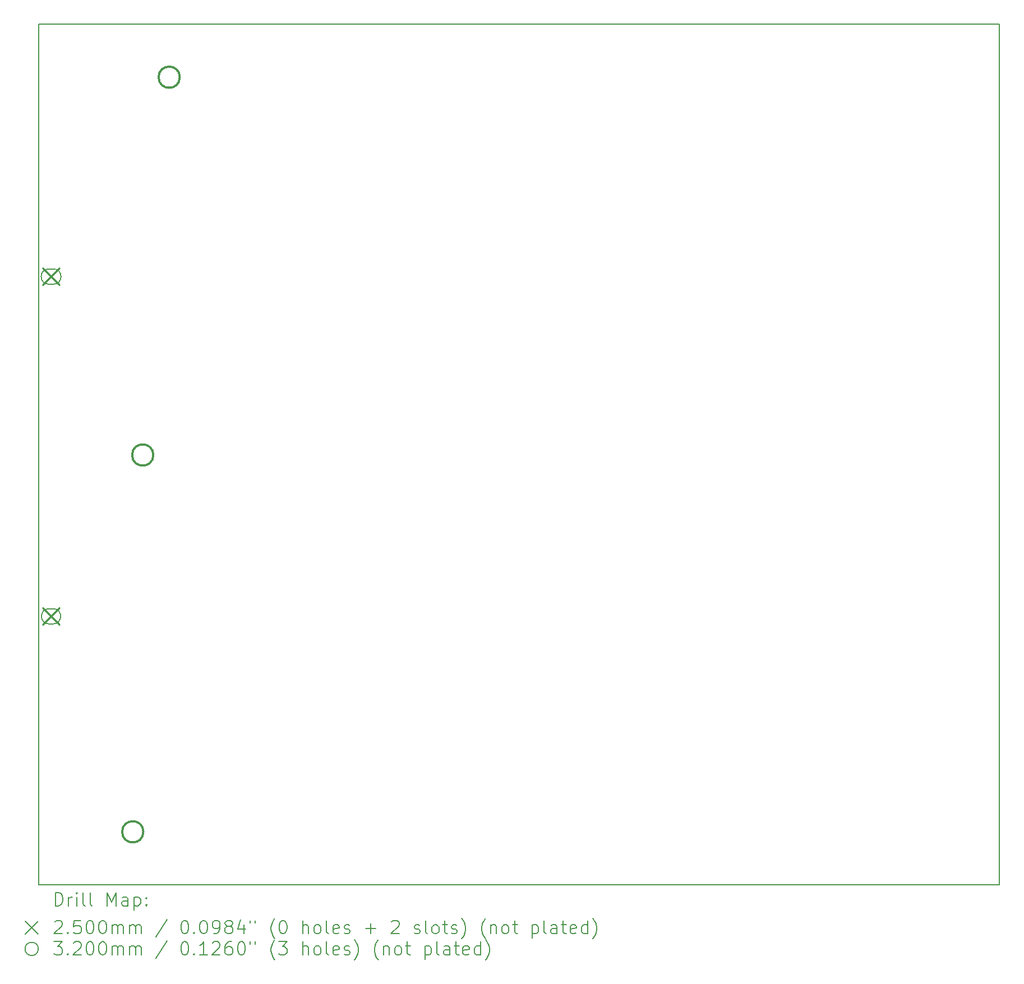
<source format=gbr>
%FSLAX45Y45*%
G04 Gerber Fmt 4.5, Leading zero omitted, Abs format (unit mm)*
G04 Created by KiCad (PCBNEW 6.0.2+dfsg-1) date 2024-08-10 18:00:21*
%MOMM*%
%LPD*%
G01*
G04 APERTURE LIST*
%TA.AperFunction,Profile*%
%ADD10C,0.150000*%
%TD*%
%ADD11C,0.200000*%
%ADD12C,0.250000*%
%ADD13C,0.320000*%
G04 APERTURE END LIST*
D10*
X22782500Y-16015000D02*
X8280000Y-16015000D01*
X8280000Y-16015000D02*
X8280000Y-3015000D01*
X8280000Y-3015000D02*
X22782500Y-3015000D01*
X22782500Y-3015000D02*
X22782500Y-16015000D01*
D11*
D12*
X8340000Y-6705000D02*
X8590000Y-6955000D01*
X8590000Y-6705000D02*
X8340000Y-6955000D01*
D11*
X8500000Y-6715000D02*
X8430000Y-6715000D01*
X8500000Y-6945000D02*
X8430000Y-6945000D01*
X8430000Y-6715000D02*
G75*
G03*
X8430000Y-6945000I0J-115000D01*
G01*
X8500000Y-6945000D02*
G75*
G03*
X8500000Y-6715000I0J115000D01*
G01*
D12*
X8340000Y-11835000D02*
X8590000Y-12085000D01*
X8590000Y-11835000D02*
X8340000Y-12085000D01*
D11*
X8495000Y-11845000D02*
X8435000Y-11845000D01*
X8495000Y-12075000D02*
X8435000Y-12075000D01*
X8435000Y-11845000D02*
G75*
G03*
X8435000Y-12075000I0J-115000D01*
G01*
X8495000Y-12075000D02*
G75*
G03*
X8495000Y-11845000I0J115000D01*
G01*
D13*
X9858650Y-15215000D02*
G75*
G03*
X9858650Y-15215000I-160000J0D01*
G01*
X10008650Y-9525000D02*
G75*
G03*
X10008650Y-9525000I-160000J0D01*
G01*
X10408650Y-3820000D02*
G75*
G03*
X10408650Y-3820000I-160000J0D01*
G01*
D11*
X8530119Y-16332976D02*
X8530119Y-16132976D01*
X8577738Y-16132976D01*
X8606310Y-16142500D01*
X8625357Y-16161548D01*
X8634881Y-16180595D01*
X8644405Y-16218690D01*
X8644405Y-16247262D01*
X8634881Y-16285357D01*
X8625357Y-16304405D01*
X8606310Y-16323452D01*
X8577738Y-16332976D01*
X8530119Y-16332976D01*
X8730119Y-16332976D02*
X8730119Y-16199643D01*
X8730119Y-16237738D02*
X8739643Y-16218690D01*
X8749167Y-16209167D01*
X8768214Y-16199643D01*
X8787262Y-16199643D01*
X8853929Y-16332976D02*
X8853929Y-16199643D01*
X8853929Y-16132976D02*
X8844405Y-16142500D01*
X8853929Y-16152024D01*
X8863452Y-16142500D01*
X8853929Y-16132976D01*
X8853929Y-16152024D01*
X8977738Y-16332976D02*
X8958690Y-16323452D01*
X8949167Y-16304405D01*
X8949167Y-16132976D01*
X9082500Y-16332976D02*
X9063452Y-16323452D01*
X9053929Y-16304405D01*
X9053929Y-16132976D01*
X9311071Y-16332976D02*
X9311071Y-16132976D01*
X9377738Y-16275833D01*
X9444405Y-16132976D01*
X9444405Y-16332976D01*
X9625357Y-16332976D02*
X9625357Y-16228214D01*
X9615833Y-16209167D01*
X9596786Y-16199643D01*
X9558690Y-16199643D01*
X9539643Y-16209167D01*
X9625357Y-16323452D02*
X9606310Y-16332976D01*
X9558690Y-16332976D01*
X9539643Y-16323452D01*
X9530119Y-16304405D01*
X9530119Y-16285357D01*
X9539643Y-16266309D01*
X9558690Y-16256786D01*
X9606310Y-16256786D01*
X9625357Y-16247262D01*
X9720595Y-16199643D02*
X9720595Y-16399643D01*
X9720595Y-16209167D02*
X9739643Y-16199643D01*
X9777738Y-16199643D01*
X9796786Y-16209167D01*
X9806310Y-16218690D01*
X9815833Y-16237738D01*
X9815833Y-16294881D01*
X9806310Y-16313928D01*
X9796786Y-16323452D01*
X9777738Y-16332976D01*
X9739643Y-16332976D01*
X9720595Y-16323452D01*
X9901548Y-16313928D02*
X9911071Y-16323452D01*
X9901548Y-16332976D01*
X9892024Y-16323452D01*
X9901548Y-16313928D01*
X9901548Y-16332976D01*
X9901548Y-16209167D02*
X9911071Y-16218690D01*
X9901548Y-16228214D01*
X9892024Y-16218690D01*
X9901548Y-16209167D01*
X9901548Y-16228214D01*
X8072500Y-16562500D02*
X8272500Y-16762500D01*
X8272500Y-16562500D02*
X8072500Y-16762500D01*
X8520595Y-16572024D02*
X8530119Y-16562500D01*
X8549167Y-16552976D01*
X8596786Y-16552976D01*
X8615833Y-16562500D01*
X8625357Y-16572024D01*
X8634881Y-16591071D01*
X8634881Y-16610119D01*
X8625357Y-16638690D01*
X8511071Y-16752976D01*
X8634881Y-16752976D01*
X8720595Y-16733928D02*
X8730119Y-16743452D01*
X8720595Y-16752976D01*
X8711071Y-16743452D01*
X8720595Y-16733928D01*
X8720595Y-16752976D01*
X8911071Y-16552976D02*
X8815833Y-16552976D01*
X8806310Y-16648214D01*
X8815833Y-16638690D01*
X8834881Y-16629167D01*
X8882500Y-16629167D01*
X8901548Y-16638690D01*
X8911071Y-16648214D01*
X8920595Y-16667262D01*
X8920595Y-16714881D01*
X8911071Y-16733928D01*
X8901548Y-16743452D01*
X8882500Y-16752976D01*
X8834881Y-16752976D01*
X8815833Y-16743452D01*
X8806310Y-16733928D01*
X9044405Y-16552976D02*
X9063452Y-16552976D01*
X9082500Y-16562500D01*
X9092024Y-16572024D01*
X9101548Y-16591071D01*
X9111071Y-16629167D01*
X9111071Y-16676786D01*
X9101548Y-16714881D01*
X9092024Y-16733928D01*
X9082500Y-16743452D01*
X9063452Y-16752976D01*
X9044405Y-16752976D01*
X9025357Y-16743452D01*
X9015833Y-16733928D01*
X9006310Y-16714881D01*
X8996786Y-16676786D01*
X8996786Y-16629167D01*
X9006310Y-16591071D01*
X9015833Y-16572024D01*
X9025357Y-16562500D01*
X9044405Y-16552976D01*
X9234881Y-16552976D02*
X9253929Y-16552976D01*
X9272976Y-16562500D01*
X9282500Y-16572024D01*
X9292024Y-16591071D01*
X9301548Y-16629167D01*
X9301548Y-16676786D01*
X9292024Y-16714881D01*
X9282500Y-16733928D01*
X9272976Y-16743452D01*
X9253929Y-16752976D01*
X9234881Y-16752976D01*
X9215833Y-16743452D01*
X9206310Y-16733928D01*
X9196786Y-16714881D01*
X9187262Y-16676786D01*
X9187262Y-16629167D01*
X9196786Y-16591071D01*
X9206310Y-16572024D01*
X9215833Y-16562500D01*
X9234881Y-16552976D01*
X9387262Y-16752976D02*
X9387262Y-16619643D01*
X9387262Y-16638690D02*
X9396786Y-16629167D01*
X9415833Y-16619643D01*
X9444405Y-16619643D01*
X9463452Y-16629167D01*
X9472976Y-16648214D01*
X9472976Y-16752976D01*
X9472976Y-16648214D02*
X9482500Y-16629167D01*
X9501548Y-16619643D01*
X9530119Y-16619643D01*
X9549167Y-16629167D01*
X9558690Y-16648214D01*
X9558690Y-16752976D01*
X9653929Y-16752976D02*
X9653929Y-16619643D01*
X9653929Y-16638690D02*
X9663452Y-16629167D01*
X9682500Y-16619643D01*
X9711071Y-16619643D01*
X9730119Y-16629167D01*
X9739643Y-16648214D01*
X9739643Y-16752976D01*
X9739643Y-16648214D02*
X9749167Y-16629167D01*
X9768214Y-16619643D01*
X9796786Y-16619643D01*
X9815833Y-16629167D01*
X9825357Y-16648214D01*
X9825357Y-16752976D01*
X10215833Y-16543452D02*
X10044405Y-16800595D01*
X10472976Y-16552976D02*
X10492024Y-16552976D01*
X10511071Y-16562500D01*
X10520595Y-16572024D01*
X10530119Y-16591071D01*
X10539643Y-16629167D01*
X10539643Y-16676786D01*
X10530119Y-16714881D01*
X10520595Y-16733928D01*
X10511071Y-16743452D01*
X10492024Y-16752976D01*
X10472976Y-16752976D01*
X10453929Y-16743452D01*
X10444405Y-16733928D01*
X10434881Y-16714881D01*
X10425357Y-16676786D01*
X10425357Y-16629167D01*
X10434881Y-16591071D01*
X10444405Y-16572024D01*
X10453929Y-16562500D01*
X10472976Y-16552976D01*
X10625357Y-16733928D02*
X10634881Y-16743452D01*
X10625357Y-16752976D01*
X10615833Y-16743452D01*
X10625357Y-16733928D01*
X10625357Y-16752976D01*
X10758690Y-16552976D02*
X10777738Y-16552976D01*
X10796786Y-16562500D01*
X10806310Y-16572024D01*
X10815833Y-16591071D01*
X10825357Y-16629167D01*
X10825357Y-16676786D01*
X10815833Y-16714881D01*
X10806310Y-16733928D01*
X10796786Y-16743452D01*
X10777738Y-16752976D01*
X10758690Y-16752976D01*
X10739643Y-16743452D01*
X10730119Y-16733928D01*
X10720595Y-16714881D01*
X10711071Y-16676786D01*
X10711071Y-16629167D01*
X10720595Y-16591071D01*
X10730119Y-16572024D01*
X10739643Y-16562500D01*
X10758690Y-16552976D01*
X10920595Y-16752976D02*
X10958690Y-16752976D01*
X10977738Y-16743452D01*
X10987262Y-16733928D01*
X11006310Y-16705357D01*
X11015833Y-16667262D01*
X11015833Y-16591071D01*
X11006310Y-16572024D01*
X10996786Y-16562500D01*
X10977738Y-16552976D01*
X10939643Y-16552976D01*
X10920595Y-16562500D01*
X10911071Y-16572024D01*
X10901548Y-16591071D01*
X10901548Y-16638690D01*
X10911071Y-16657738D01*
X10920595Y-16667262D01*
X10939643Y-16676786D01*
X10977738Y-16676786D01*
X10996786Y-16667262D01*
X11006310Y-16657738D01*
X11015833Y-16638690D01*
X11130119Y-16638690D02*
X11111071Y-16629167D01*
X11101548Y-16619643D01*
X11092024Y-16600595D01*
X11092024Y-16591071D01*
X11101548Y-16572024D01*
X11111071Y-16562500D01*
X11130119Y-16552976D01*
X11168214Y-16552976D01*
X11187262Y-16562500D01*
X11196786Y-16572024D01*
X11206309Y-16591071D01*
X11206309Y-16600595D01*
X11196786Y-16619643D01*
X11187262Y-16629167D01*
X11168214Y-16638690D01*
X11130119Y-16638690D01*
X11111071Y-16648214D01*
X11101548Y-16657738D01*
X11092024Y-16676786D01*
X11092024Y-16714881D01*
X11101548Y-16733928D01*
X11111071Y-16743452D01*
X11130119Y-16752976D01*
X11168214Y-16752976D01*
X11187262Y-16743452D01*
X11196786Y-16733928D01*
X11206309Y-16714881D01*
X11206309Y-16676786D01*
X11196786Y-16657738D01*
X11187262Y-16648214D01*
X11168214Y-16638690D01*
X11377738Y-16619643D02*
X11377738Y-16752976D01*
X11330119Y-16543452D02*
X11282500Y-16686309D01*
X11406309Y-16686309D01*
X11472976Y-16552976D02*
X11472976Y-16591071D01*
X11549167Y-16552976D02*
X11549167Y-16591071D01*
X11844405Y-16829167D02*
X11834881Y-16819643D01*
X11815833Y-16791071D01*
X11806309Y-16772024D01*
X11796786Y-16743452D01*
X11787262Y-16695833D01*
X11787262Y-16657738D01*
X11796786Y-16610119D01*
X11806309Y-16581548D01*
X11815833Y-16562500D01*
X11834881Y-16533928D01*
X11844405Y-16524405D01*
X11958690Y-16552976D02*
X11977738Y-16552976D01*
X11996786Y-16562500D01*
X12006309Y-16572024D01*
X12015833Y-16591071D01*
X12025357Y-16629167D01*
X12025357Y-16676786D01*
X12015833Y-16714881D01*
X12006309Y-16733928D01*
X11996786Y-16743452D01*
X11977738Y-16752976D01*
X11958690Y-16752976D01*
X11939643Y-16743452D01*
X11930119Y-16733928D01*
X11920595Y-16714881D01*
X11911071Y-16676786D01*
X11911071Y-16629167D01*
X11920595Y-16591071D01*
X11930119Y-16572024D01*
X11939643Y-16562500D01*
X11958690Y-16552976D01*
X12263452Y-16752976D02*
X12263452Y-16552976D01*
X12349167Y-16752976D02*
X12349167Y-16648214D01*
X12339643Y-16629167D01*
X12320595Y-16619643D01*
X12292024Y-16619643D01*
X12272976Y-16629167D01*
X12263452Y-16638690D01*
X12472976Y-16752976D02*
X12453928Y-16743452D01*
X12444405Y-16733928D01*
X12434881Y-16714881D01*
X12434881Y-16657738D01*
X12444405Y-16638690D01*
X12453928Y-16629167D01*
X12472976Y-16619643D01*
X12501548Y-16619643D01*
X12520595Y-16629167D01*
X12530119Y-16638690D01*
X12539643Y-16657738D01*
X12539643Y-16714881D01*
X12530119Y-16733928D01*
X12520595Y-16743452D01*
X12501548Y-16752976D01*
X12472976Y-16752976D01*
X12653928Y-16752976D02*
X12634881Y-16743452D01*
X12625357Y-16724405D01*
X12625357Y-16552976D01*
X12806309Y-16743452D02*
X12787262Y-16752976D01*
X12749167Y-16752976D01*
X12730119Y-16743452D01*
X12720595Y-16724405D01*
X12720595Y-16648214D01*
X12730119Y-16629167D01*
X12749167Y-16619643D01*
X12787262Y-16619643D01*
X12806309Y-16629167D01*
X12815833Y-16648214D01*
X12815833Y-16667262D01*
X12720595Y-16686309D01*
X12892024Y-16743452D02*
X12911071Y-16752976D01*
X12949167Y-16752976D01*
X12968214Y-16743452D01*
X12977738Y-16724405D01*
X12977738Y-16714881D01*
X12968214Y-16695833D01*
X12949167Y-16686309D01*
X12920595Y-16686309D01*
X12901548Y-16676786D01*
X12892024Y-16657738D01*
X12892024Y-16648214D01*
X12901548Y-16629167D01*
X12920595Y-16619643D01*
X12949167Y-16619643D01*
X12968214Y-16629167D01*
X13215833Y-16676786D02*
X13368214Y-16676786D01*
X13292024Y-16752976D02*
X13292024Y-16600595D01*
X13606309Y-16572024D02*
X13615833Y-16562500D01*
X13634881Y-16552976D01*
X13682500Y-16552976D01*
X13701548Y-16562500D01*
X13711071Y-16572024D01*
X13720595Y-16591071D01*
X13720595Y-16610119D01*
X13711071Y-16638690D01*
X13596786Y-16752976D01*
X13720595Y-16752976D01*
X13949167Y-16743452D02*
X13968214Y-16752976D01*
X14006309Y-16752976D01*
X14025357Y-16743452D01*
X14034881Y-16724405D01*
X14034881Y-16714881D01*
X14025357Y-16695833D01*
X14006309Y-16686309D01*
X13977738Y-16686309D01*
X13958690Y-16676786D01*
X13949167Y-16657738D01*
X13949167Y-16648214D01*
X13958690Y-16629167D01*
X13977738Y-16619643D01*
X14006309Y-16619643D01*
X14025357Y-16629167D01*
X14149167Y-16752976D02*
X14130119Y-16743452D01*
X14120595Y-16724405D01*
X14120595Y-16552976D01*
X14253928Y-16752976D02*
X14234881Y-16743452D01*
X14225357Y-16733928D01*
X14215833Y-16714881D01*
X14215833Y-16657738D01*
X14225357Y-16638690D01*
X14234881Y-16629167D01*
X14253928Y-16619643D01*
X14282500Y-16619643D01*
X14301548Y-16629167D01*
X14311071Y-16638690D01*
X14320595Y-16657738D01*
X14320595Y-16714881D01*
X14311071Y-16733928D01*
X14301548Y-16743452D01*
X14282500Y-16752976D01*
X14253928Y-16752976D01*
X14377738Y-16619643D02*
X14453928Y-16619643D01*
X14406309Y-16552976D02*
X14406309Y-16724405D01*
X14415833Y-16743452D01*
X14434881Y-16752976D01*
X14453928Y-16752976D01*
X14511071Y-16743452D02*
X14530119Y-16752976D01*
X14568214Y-16752976D01*
X14587262Y-16743452D01*
X14596786Y-16724405D01*
X14596786Y-16714881D01*
X14587262Y-16695833D01*
X14568214Y-16686309D01*
X14539643Y-16686309D01*
X14520595Y-16676786D01*
X14511071Y-16657738D01*
X14511071Y-16648214D01*
X14520595Y-16629167D01*
X14539643Y-16619643D01*
X14568214Y-16619643D01*
X14587262Y-16629167D01*
X14663452Y-16829167D02*
X14672976Y-16819643D01*
X14692024Y-16791071D01*
X14701548Y-16772024D01*
X14711071Y-16743452D01*
X14720595Y-16695833D01*
X14720595Y-16657738D01*
X14711071Y-16610119D01*
X14701548Y-16581548D01*
X14692024Y-16562500D01*
X14672976Y-16533928D01*
X14663452Y-16524405D01*
X15025357Y-16829167D02*
X15015833Y-16819643D01*
X14996786Y-16791071D01*
X14987262Y-16772024D01*
X14977738Y-16743452D01*
X14968214Y-16695833D01*
X14968214Y-16657738D01*
X14977738Y-16610119D01*
X14987262Y-16581548D01*
X14996786Y-16562500D01*
X15015833Y-16533928D01*
X15025357Y-16524405D01*
X15101548Y-16619643D02*
X15101548Y-16752976D01*
X15101548Y-16638690D02*
X15111071Y-16629167D01*
X15130119Y-16619643D01*
X15158690Y-16619643D01*
X15177738Y-16629167D01*
X15187262Y-16648214D01*
X15187262Y-16752976D01*
X15311071Y-16752976D02*
X15292024Y-16743452D01*
X15282500Y-16733928D01*
X15272976Y-16714881D01*
X15272976Y-16657738D01*
X15282500Y-16638690D01*
X15292024Y-16629167D01*
X15311071Y-16619643D01*
X15339643Y-16619643D01*
X15358690Y-16629167D01*
X15368214Y-16638690D01*
X15377738Y-16657738D01*
X15377738Y-16714881D01*
X15368214Y-16733928D01*
X15358690Y-16743452D01*
X15339643Y-16752976D01*
X15311071Y-16752976D01*
X15434881Y-16619643D02*
X15511071Y-16619643D01*
X15463452Y-16552976D02*
X15463452Y-16724405D01*
X15472976Y-16743452D01*
X15492024Y-16752976D01*
X15511071Y-16752976D01*
X15730119Y-16619643D02*
X15730119Y-16819643D01*
X15730119Y-16629167D02*
X15749167Y-16619643D01*
X15787262Y-16619643D01*
X15806309Y-16629167D01*
X15815833Y-16638690D01*
X15825357Y-16657738D01*
X15825357Y-16714881D01*
X15815833Y-16733928D01*
X15806309Y-16743452D01*
X15787262Y-16752976D01*
X15749167Y-16752976D01*
X15730119Y-16743452D01*
X15939643Y-16752976D02*
X15920595Y-16743452D01*
X15911071Y-16724405D01*
X15911071Y-16552976D01*
X16101548Y-16752976D02*
X16101548Y-16648214D01*
X16092024Y-16629167D01*
X16072976Y-16619643D01*
X16034881Y-16619643D01*
X16015833Y-16629167D01*
X16101548Y-16743452D02*
X16082500Y-16752976D01*
X16034881Y-16752976D01*
X16015833Y-16743452D01*
X16006309Y-16724405D01*
X16006309Y-16705357D01*
X16015833Y-16686309D01*
X16034881Y-16676786D01*
X16082500Y-16676786D01*
X16101548Y-16667262D01*
X16168214Y-16619643D02*
X16244405Y-16619643D01*
X16196786Y-16552976D02*
X16196786Y-16724405D01*
X16206309Y-16743452D01*
X16225357Y-16752976D01*
X16244405Y-16752976D01*
X16387262Y-16743452D02*
X16368214Y-16752976D01*
X16330119Y-16752976D01*
X16311071Y-16743452D01*
X16301548Y-16724405D01*
X16301548Y-16648214D01*
X16311071Y-16629167D01*
X16330119Y-16619643D01*
X16368214Y-16619643D01*
X16387262Y-16629167D01*
X16396786Y-16648214D01*
X16396786Y-16667262D01*
X16301548Y-16686309D01*
X16568214Y-16752976D02*
X16568214Y-16552976D01*
X16568214Y-16743452D02*
X16549167Y-16752976D01*
X16511071Y-16752976D01*
X16492024Y-16743452D01*
X16482500Y-16733928D01*
X16472976Y-16714881D01*
X16472976Y-16657738D01*
X16482500Y-16638690D01*
X16492024Y-16629167D01*
X16511071Y-16619643D01*
X16549167Y-16619643D01*
X16568214Y-16629167D01*
X16644405Y-16829167D02*
X16653928Y-16819643D01*
X16672976Y-16791071D01*
X16682500Y-16772024D01*
X16692024Y-16743452D01*
X16701548Y-16695833D01*
X16701548Y-16657738D01*
X16692024Y-16610119D01*
X16682500Y-16581548D01*
X16672976Y-16562500D01*
X16653928Y-16533928D01*
X16644405Y-16524405D01*
X8272500Y-16982500D02*
G75*
G03*
X8272500Y-16982500I-100000J0D01*
G01*
X8511071Y-16872976D02*
X8634881Y-16872976D01*
X8568214Y-16949167D01*
X8596786Y-16949167D01*
X8615833Y-16958690D01*
X8625357Y-16968214D01*
X8634881Y-16987262D01*
X8634881Y-17034881D01*
X8625357Y-17053929D01*
X8615833Y-17063452D01*
X8596786Y-17072976D01*
X8539643Y-17072976D01*
X8520595Y-17063452D01*
X8511071Y-17053929D01*
X8720595Y-17053929D02*
X8730119Y-17063452D01*
X8720595Y-17072976D01*
X8711071Y-17063452D01*
X8720595Y-17053929D01*
X8720595Y-17072976D01*
X8806310Y-16892024D02*
X8815833Y-16882500D01*
X8834881Y-16872976D01*
X8882500Y-16872976D01*
X8901548Y-16882500D01*
X8911071Y-16892024D01*
X8920595Y-16911071D01*
X8920595Y-16930119D01*
X8911071Y-16958690D01*
X8796786Y-17072976D01*
X8920595Y-17072976D01*
X9044405Y-16872976D02*
X9063452Y-16872976D01*
X9082500Y-16882500D01*
X9092024Y-16892024D01*
X9101548Y-16911071D01*
X9111071Y-16949167D01*
X9111071Y-16996786D01*
X9101548Y-17034881D01*
X9092024Y-17053929D01*
X9082500Y-17063452D01*
X9063452Y-17072976D01*
X9044405Y-17072976D01*
X9025357Y-17063452D01*
X9015833Y-17053929D01*
X9006310Y-17034881D01*
X8996786Y-16996786D01*
X8996786Y-16949167D01*
X9006310Y-16911071D01*
X9015833Y-16892024D01*
X9025357Y-16882500D01*
X9044405Y-16872976D01*
X9234881Y-16872976D02*
X9253929Y-16872976D01*
X9272976Y-16882500D01*
X9282500Y-16892024D01*
X9292024Y-16911071D01*
X9301548Y-16949167D01*
X9301548Y-16996786D01*
X9292024Y-17034881D01*
X9282500Y-17053929D01*
X9272976Y-17063452D01*
X9253929Y-17072976D01*
X9234881Y-17072976D01*
X9215833Y-17063452D01*
X9206310Y-17053929D01*
X9196786Y-17034881D01*
X9187262Y-16996786D01*
X9187262Y-16949167D01*
X9196786Y-16911071D01*
X9206310Y-16892024D01*
X9215833Y-16882500D01*
X9234881Y-16872976D01*
X9387262Y-17072976D02*
X9387262Y-16939643D01*
X9387262Y-16958690D02*
X9396786Y-16949167D01*
X9415833Y-16939643D01*
X9444405Y-16939643D01*
X9463452Y-16949167D01*
X9472976Y-16968214D01*
X9472976Y-17072976D01*
X9472976Y-16968214D02*
X9482500Y-16949167D01*
X9501548Y-16939643D01*
X9530119Y-16939643D01*
X9549167Y-16949167D01*
X9558690Y-16968214D01*
X9558690Y-17072976D01*
X9653929Y-17072976D02*
X9653929Y-16939643D01*
X9653929Y-16958690D02*
X9663452Y-16949167D01*
X9682500Y-16939643D01*
X9711071Y-16939643D01*
X9730119Y-16949167D01*
X9739643Y-16968214D01*
X9739643Y-17072976D01*
X9739643Y-16968214D02*
X9749167Y-16949167D01*
X9768214Y-16939643D01*
X9796786Y-16939643D01*
X9815833Y-16949167D01*
X9825357Y-16968214D01*
X9825357Y-17072976D01*
X10215833Y-16863452D02*
X10044405Y-17120595D01*
X10472976Y-16872976D02*
X10492024Y-16872976D01*
X10511071Y-16882500D01*
X10520595Y-16892024D01*
X10530119Y-16911071D01*
X10539643Y-16949167D01*
X10539643Y-16996786D01*
X10530119Y-17034881D01*
X10520595Y-17053929D01*
X10511071Y-17063452D01*
X10492024Y-17072976D01*
X10472976Y-17072976D01*
X10453929Y-17063452D01*
X10444405Y-17053929D01*
X10434881Y-17034881D01*
X10425357Y-16996786D01*
X10425357Y-16949167D01*
X10434881Y-16911071D01*
X10444405Y-16892024D01*
X10453929Y-16882500D01*
X10472976Y-16872976D01*
X10625357Y-17053929D02*
X10634881Y-17063452D01*
X10625357Y-17072976D01*
X10615833Y-17063452D01*
X10625357Y-17053929D01*
X10625357Y-17072976D01*
X10825357Y-17072976D02*
X10711071Y-17072976D01*
X10768214Y-17072976D02*
X10768214Y-16872976D01*
X10749167Y-16901548D01*
X10730119Y-16920595D01*
X10711071Y-16930119D01*
X10901548Y-16892024D02*
X10911071Y-16882500D01*
X10930119Y-16872976D01*
X10977738Y-16872976D01*
X10996786Y-16882500D01*
X11006310Y-16892024D01*
X11015833Y-16911071D01*
X11015833Y-16930119D01*
X11006310Y-16958690D01*
X10892024Y-17072976D01*
X11015833Y-17072976D01*
X11187262Y-16872976D02*
X11149167Y-16872976D01*
X11130119Y-16882500D01*
X11120595Y-16892024D01*
X11101548Y-16920595D01*
X11092024Y-16958690D01*
X11092024Y-17034881D01*
X11101548Y-17053929D01*
X11111071Y-17063452D01*
X11130119Y-17072976D01*
X11168214Y-17072976D01*
X11187262Y-17063452D01*
X11196786Y-17053929D01*
X11206309Y-17034881D01*
X11206309Y-16987262D01*
X11196786Y-16968214D01*
X11187262Y-16958690D01*
X11168214Y-16949167D01*
X11130119Y-16949167D01*
X11111071Y-16958690D01*
X11101548Y-16968214D01*
X11092024Y-16987262D01*
X11330119Y-16872976D02*
X11349167Y-16872976D01*
X11368214Y-16882500D01*
X11377738Y-16892024D01*
X11387262Y-16911071D01*
X11396786Y-16949167D01*
X11396786Y-16996786D01*
X11387262Y-17034881D01*
X11377738Y-17053929D01*
X11368214Y-17063452D01*
X11349167Y-17072976D01*
X11330119Y-17072976D01*
X11311071Y-17063452D01*
X11301548Y-17053929D01*
X11292024Y-17034881D01*
X11282500Y-16996786D01*
X11282500Y-16949167D01*
X11292024Y-16911071D01*
X11301548Y-16892024D01*
X11311071Y-16882500D01*
X11330119Y-16872976D01*
X11472976Y-16872976D02*
X11472976Y-16911071D01*
X11549167Y-16872976D02*
X11549167Y-16911071D01*
X11844405Y-17149167D02*
X11834881Y-17139643D01*
X11815833Y-17111071D01*
X11806309Y-17092024D01*
X11796786Y-17063452D01*
X11787262Y-17015833D01*
X11787262Y-16977738D01*
X11796786Y-16930119D01*
X11806309Y-16901548D01*
X11815833Y-16882500D01*
X11834881Y-16853929D01*
X11844405Y-16844405D01*
X11901548Y-16872976D02*
X12025357Y-16872976D01*
X11958690Y-16949167D01*
X11987262Y-16949167D01*
X12006309Y-16958690D01*
X12015833Y-16968214D01*
X12025357Y-16987262D01*
X12025357Y-17034881D01*
X12015833Y-17053929D01*
X12006309Y-17063452D01*
X11987262Y-17072976D01*
X11930119Y-17072976D01*
X11911071Y-17063452D01*
X11901548Y-17053929D01*
X12263452Y-17072976D02*
X12263452Y-16872976D01*
X12349167Y-17072976D02*
X12349167Y-16968214D01*
X12339643Y-16949167D01*
X12320595Y-16939643D01*
X12292024Y-16939643D01*
X12272976Y-16949167D01*
X12263452Y-16958690D01*
X12472976Y-17072976D02*
X12453928Y-17063452D01*
X12444405Y-17053929D01*
X12434881Y-17034881D01*
X12434881Y-16977738D01*
X12444405Y-16958690D01*
X12453928Y-16949167D01*
X12472976Y-16939643D01*
X12501548Y-16939643D01*
X12520595Y-16949167D01*
X12530119Y-16958690D01*
X12539643Y-16977738D01*
X12539643Y-17034881D01*
X12530119Y-17053929D01*
X12520595Y-17063452D01*
X12501548Y-17072976D01*
X12472976Y-17072976D01*
X12653928Y-17072976D02*
X12634881Y-17063452D01*
X12625357Y-17044405D01*
X12625357Y-16872976D01*
X12806309Y-17063452D02*
X12787262Y-17072976D01*
X12749167Y-17072976D01*
X12730119Y-17063452D01*
X12720595Y-17044405D01*
X12720595Y-16968214D01*
X12730119Y-16949167D01*
X12749167Y-16939643D01*
X12787262Y-16939643D01*
X12806309Y-16949167D01*
X12815833Y-16968214D01*
X12815833Y-16987262D01*
X12720595Y-17006310D01*
X12892024Y-17063452D02*
X12911071Y-17072976D01*
X12949167Y-17072976D01*
X12968214Y-17063452D01*
X12977738Y-17044405D01*
X12977738Y-17034881D01*
X12968214Y-17015833D01*
X12949167Y-17006310D01*
X12920595Y-17006310D01*
X12901548Y-16996786D01*
X12892024Y-16977738D01*
X12892024Y-16968214D01*
X12901548Y-16949167D01*
X12920595Y-16939643D01*
X12949167Y-16939643D01*
X12968214Y-16949167D01*
X13044405Y-17149167D02*
X13053928Y-17139643D01*
X13072976Y-17111071D01*
X13082500Y-17092024D01*
X13092024Y-17063452D01*
X13101548Y-17015833D01*
X13101548Y-16977738D01*
X13092024Y-16930119D01*
X13082500Y-16901548D01*
X13072976Y-16882500D01*
X13053928Y-16853929D01*
X13044405Y-16844405D01*
X13406309Y-17149167D02*
X13396786Y-17139643D01*
X13377738Y-17111071D01*
X13368214Y-17092024D01*
X13358690Y-17063452D01*
X13349167Y-17015833D01*
X13349167Y-16977738D01*
X13358690Y-16930119D01*
X13368214Y-16901548D01*
X13377738Y-16882500D01*
X13396786Y-16853929D01*
X13406309Y-16844405D01*
X13482500Y-16939643D02*
X13482500Y-17072976D01*
X13482500Y-16958690D02*
X13492024Y-16949167D01*
X13511071Y-16939643D01*
X13539643Y-16939643D01*
X13558690Y-16949167D01*
X13568214Y-16968214D01*
X13568214Y-17072976D01*
X13692024Y-17072976D02*
X13672976Y-17063452D01*
X13663452Y-17053929D01*
X13653928Y-17034881D01*
X13653928Y-16977738D01*
X13663452Y-16958690D01*
X13672976Y-16949167D01*
X13692024Y-16939643D01*
X13720595Y-16939643D01*
X13739643Y-16949167D01*
X13749167Y-16958690D01*
X13758690Y-16977738D01*
X13758690Y-17034881D01*
X13749167Y-17053929D01*
X13739643Y-17063452D01*
X13720595Y-17072976D01*
X13692024Y-17072976D01*
X13815833Y-16939643D02*
X13892024Y-16939643D01*
X13844405Y-16872976D02*
X13844405Y-17044405D01*
X13853928Y-17063452D01*
X13872976Y-17072976D01*
X13892024Y-17072976D01*
X14111071Y-16939643D02*
X14111071Y-17139643D01*
X14111071Y-16949167D02*
X14130119Y-16939643D01*
X14168214Y-16939643D01*
X14187262Y-16949167D01*
X14196786Y-16958690D01*
X14206309Y-16977738D01*
X14206309Y-17034881D01*
X14196786Y-17053929D01*
X14187262Y-17063452D01*
X14168214Y-17072976D01*
X14130119Y-17072976D01*
X14111071Y-17063452D01*
X14320595Y-17072976D02*
X14301548Y-17063452D01*
X14292024Y-17044405D01*
X14292024Y-16872976D01*
X14482500Y-17072976D02*
X14482500Y-16968214D01*
X14472976Y-16949167D01*
X14453928Y-16939643D01*
X14415833Y-16939643D01*
X14396786Y-16949167D01*
X14482500Y-17063452D02*
X14463452Y-17072976D01*
X14415833Y-17072976D01*
X14396786Y-17063452D01*
X14387262Y-17044405D01*
X14387262Y-17025357D01*
X14396786Y-17006310D01*
X14415833Y-16996786D01*
X14463452Y-16996786D01*
X14482500Y-16987262D01*
X14549167Y-16939643D02*
X14625357Y-16939643D01*
X14577738Y-16872976D02*
X14577738Y-17044405D01*
X14587262Y-17063452D01*
X14606309Y-17072976D01*
X14625357Y-17072976D01*
X14768214Y-17063452D02*
X14749167Y-17072976D01*
X14711071Y-17072976D01*
X14692024Y-17063452D01*
X14682500Y-17044405D01*
X14682500Y-16968214D01*
X14692024Y-16949167D01*
X14711071Y-16939643D01*
X14749167Y-16939643D01*
X14768214Y-16949167D01*
X14777738Y-16968214D01*
X14777738Y-16987262D01*
X14682500Y-17006310D01*
X14949167Y-17072976D02*
X14949167Y-16872976D01*
X14949167Y-17063452D02*
X14930119Y-17072976D01*
X14892024Y-17072976D01*
X14872976Y-17063452D01*
X14863452Y-17053929D01*
X14853928Y-17034881D01*
X14853928Y-16977738D01*
X14863452Y-16958690D01*
X14872976Y-16949167D01*
X14892024Y-16939643D01*
X14930119Y-16939643D01*
X14949167Y-16949167D01*
X15025357Y-17149167D02*
X15034881Y-17139643D01*
X15053928Y-17111071D01*
X15063452Y-17092024D01*
X15072976Y-17063452D01*
X15082500Y-17015833D01*
X15082500Y-16977738D01*
X15072976Y-16930119D01*
X15063452Y-16901548D01*
X15053928Y-16882500D01*
X15034881Y-16853929D01*
X15025357Y-16844405D01*
M02*

</source>
